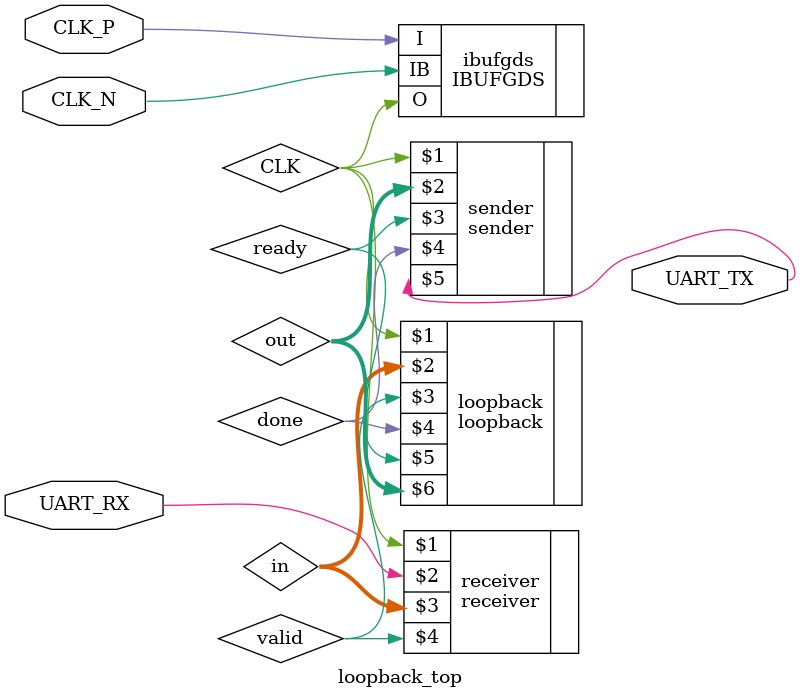
<source format=sv>
`timescale 1ns / 1ps


module loopback_top(
	input logic CLK_P,
	input logic CLK_N,
	input logic UART_RX,
	output logic UART_TX
);
logic CLK;
IBUFGDS ibufgds(.I(CLK_P), .IB(CLK_N), .O(CLK));

logic[7:0] in,out;
logic valid,ready;

receiver receiver(CLK,UART_RX,in,valid);
loopback loopback(CLK,in,valid,done,ready,out);
sender sender(CLK,out,ready,done,UART_TX);

endmodule

</source>
